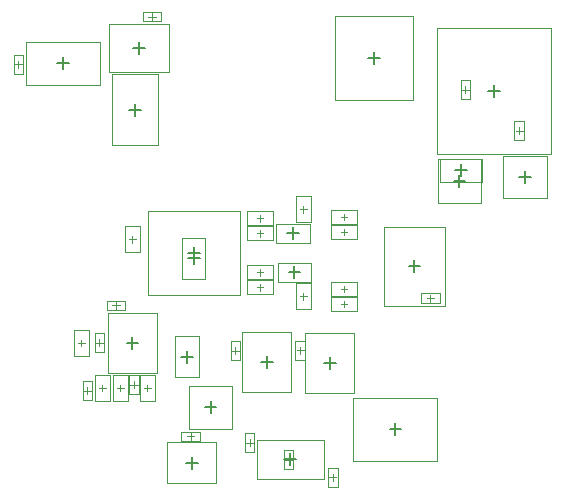
<source format=gbr>
G04 Layer_Color=32768*
%FSLAX26Y26*%
%MOIN*%
%TF.FileFunction,Other,Mechanical_15*%
%TF.Part,Single*%
G01*
G75*
%TA.AperFunction,NonConductor*%
%ADD50C,0.005000*%
%ADD85C,0.001968*%
D50*
X397000Y2063315D02*
Y2102685D01*
X377315Y2083000D02*
X416685D01*
X579024Y1379772D02*
Y1419142D01*
X559338Y1399457D02*
X598709D01*
X142000Y2011315D02*
Y2050685D01*
X122315Y2031000D02*
X161685D01*
X1294339Y1354457D02*
X1333709D01*
X1314024Y1334772D02*
Y1374142D01*
X1559339Y1939457D02*
X1598709D01*
X1579024Y1919772D02*
Y1959142D01*
X354339Y1099457D02*
X393709D01*
X374024Y1079772D02*
Y1119142D01*
X894338Y1334457D02*
X933709D01*
X914024Y1314772D02*
Y1354142D01*
X889338Y1464457D02*
X928709D01*
X909024Y1444772D02*
Y1484142D01*
X556024Y1033772D02*
Y1073142D01*
X536339Y1053457D02*
X575709D01*
X614654Y884339D02*
X654024D01*
X634339Y864654D02*
Y904024D01*
X1464024Y1619772D02*
Y1659142D01*
X1444339Y1639457D02*
X1483709D01*
X1663866Y1652055D02*
X1703236D01*
X1683551Y1632370D02*
Y1671740D01*
X1011740Y1032892D02*
X1051110D01*
X1031425Y1013207D02*
Y1052577D01*
X801570Y1034457D02*
X840940D01*
X821255Y1014772D02*
Y1054142D01*
X1449339Y1674457D02*
X1488709D01*
X1469024Y1654772D02*
Y1694142D01*
X578024Y1361772D02*
Y1401142D01*
X558339Y1381457D02*
X597709D01*
X571346Y680599D02*
Y719969D01*
X551661Y700284D02*
X591032D01*
X1250480Y791819D02*
Y831189D01*
X1230795Y811504D02*
X1270165D01*
X900205Y691346D02*
Y730717D01*
X880520Y711032D02*
X919890D01*
X363315Y1876000D02*
X402685D01*
X383000Y1856315D02*
Y1895685D01*
X1159339Y2049457D02*
X1198709D01*
X1179024Y2029772D02*
Y2069142D01*
D85*
X296606Y2002291D02*
X497394D01*
X296606Y2163709D02*
X497394D01*
Y2002291D02*
Y2163709D01*
X296606Y2002291D02*
Y2163709D01*
X425480Y1259693D02*
X732567D01*
X425480Y1539221D02*
X732567D01*
Y1259693D02*
Y1539221D01*
X425480Y1259693D02*
Y1539221D01*
X439000Y2175189D02*
Y2198811D01*
X427189Y2187000D02*
X450811D01*
X407504Y2171252D02*
X470496D01*
X407504Y2202748D02*
X470496D01*
Y2171252D02*
Y2202748D01*
X407504Y2171252D02*
Y2202748D01*
X-17811Y2028000D02*
X5811D01*
X-6000Y2016189D02*
Y2039811D01*
X9748Y1996504D02*
Y2059496D01*
X-21748Y1996504D02*
Y2059496D01*
X9748D01*
X-21748Y1996504D02*
X9748D01*
X17984Y1958165D02*
X266016D01*
X17984Y2103835D02*
X266016D01*
Y1958165D02*
Y2103835D01*
X17984Y1958165D02*
Y2103835D01*
X705213Y1073457D02*
X728835D01*
X717024Y1061646D02*
Y1085268D01*
X732772Y1041961D02*
Y1104953D01*
X701276Y1041961D02*
Y1104953D01*
X732772D01*
X701276Y1041961D02*
X732772D01*
X1211661Y1222567D02*
Y1486347D01*
X1416386Y1222567D02*
Y1486347D01*
X1211661Y1222567D02*
X1416386D01*
X1211661Y1486347D02*
X1416386D01*
X323197Y949457D02*
X344850D01*
X334024Y938630D02*
Y960284D01*
X310402Y906150D02*
Y992764D01*
X357646Y906150D02*
Y992764D01*
X310402Y906150D02*
X357646D01*
X310402Y992764D02*
X357646D01*
X363197Y1444457D02*
X384850D01*
X374024Y1433630D02*
Y1455284D01*
X350402Y1401150D02*
Y1487764D01*
X397646Y1401150D02*
Y1487764D01*
X350402Y1401150D02*
X397646D01*
X350402Y1487764D02*
X397646D01*
X1769968Y1728827D02*
Y2150087D01*
X1388079Y1728827D02*
Y2150087D01*
Y1728827D02*
X1769968D01*
X1388079Y2150087D02*
X1769968D01*
X454732Y999063D02*
Y1199851D01*
X293315Y999063D02*
Y1199851D01*
X454732D01*
X293315Y999063D02*
X454732D01*
X920402Y1587764D02*
X967646D01*
X920402Y1501150D02*
X967646D01*
Y1587764D01*
X920402Y1501150D02*
Y1587764D01*
X944024Y1533630D02*
Y1555284D01*
X933197Y1544457D02*
X954850D01*
X920402Y1211150D02*
X967646D01*
X920402Y1297764D02*
X967646D01*
X920402Y1211150D02*
Y1297764D01*
X967646Y1211150D02*
Y1297764D01*
X944024Y1243630D02*
Y1265284D01*
X933197Y1254457D02*
X954850D01*
X1079024Y1268630D02*
Y1290284D01*
X1068197Y1279457D02*
X1089850D01*
X1035716Y1303079D02*
X1122331D01*
X1035716Y1255835D02*
X1122331D01*
X1035716D02*
Y1303079D01*
X1122331Y1255835D02*
Y1303079D01*
X755717Y1310835D02*
Y1358079D01*
X842331Y1310835D02*
Y1358079D01*
X755717D02*
X842331D01*
X755717Y1310835D02*
X842331D01*
X788197Y1334457D02*
X809850D01*
X799024Y1323630D02*
Y1345284D01*
X263197Y949457D02*
X284850D01*
X274024Y938630D02*
Y960284D01*
X297646Y906150D02*
Y992764D01*
X250401Y906150D02*
Y992764D01*
X297646D01*
X250401Y906150D02*
X297646D01*
X1079024Y1218630D02*
Y1240284D01*
X1068197Y1229457D02*
X1089850D01*
X1035716Y1253079D02*
X1122331D01*
X1035716Y1205835D02*
X1122331D01*
X1035716D02*
Y1253079D01*
X1122331Y1205835D02*
Y1253079D01*
X193197Y1099457D02*
X214850D01*
X204024Y1088630D02*
Y1110284D01*
X180402Y1056150D02*
Y1142764D01*
X227646Y1056150D02*
Y1142764D01*
X180402Y1056150D02*
X227646D01*
X180402Y1142764D02*
X227646D01*
X921213Y1074457D02*
X944835D01*
X933024Y1062646D02*
Y1086268D01*
X948772Y1042961D02*
Y1105953D01*
X917276Y1042961D02*
Y1105953D01*
X948772D01*
X917276Y1042961D02*
X948772D01*
X842331Y1260835D02*
Y1308079D01*
X755716Y1260835D02*
Y1308079D01*
Y1260835D02*
X842331D01*
X755716Y1308079D02*
X842331D01*
X788197Y1284457D02*
X809850D01*
X799024Y1273630D02*
Y1295284D01*
X752449Y766229D02*
X776071D01*
X764260Y754417D02*
Y778039D01*
X748512Y734732D02*
Y797725D01*
X780008Y734732D02*
Y797725D01*
X748512Y734732D02*
X780008D01*
X748512Y797725D02*
X780008D01*
X969142Y1302961D02*
Y1365953D01*
X858905Y1302961D02*
Y1365953D01*
Y1302961D02*
X969142D01*
X858905Y1365953D02*
X969142D01*
X964142Y1432961D02*
Y1495953D01*
X853905Y1432961D02*
Y1495953D01*
Y1432961D02*
X964142D01*
X853905Y1495953D02*
X964142D01*
X516654Y1122354D02*
X595394D01*
X516654Y984559D02*
X595394D01*
Y1122354D01*
X516654Y984559D02*
Y1122354D01*
X561504Y813473D02*
Y955205D01*
X707173Y813473D02*
Y955205D01*
X561504D02*
X707173D01*
X561504Y813473D02*
X707173D01*
X208275Y970953D02*
X239772D01*
X208275Y907961D02*
X239772D01*
Y970953D01*
X208275Y907961D02*
Y970953D01*
X224024Y927646D02*
Y951268D01*
X212213Y939457D02*
X235835D01*
X363276Y990953D02*
X394772D01*
X363276Y927961D02*
X394772D01*
Y990953D01*
X363276Y927961D02*
Y990953D01*
X379024Y947646D02*
Y971268D01*
X367213Y959457D02*
X390835D01*
X350520Y1208709D02*
Y1240205D01*
X287527Y1208709D02*
Y1240205D01*
Y1208709D02*
X350520D01*
X287527Y1240205D02*
X350520D01*
X307212Y1224457D02*
X330835D01*
X319024Y1212646D02*
Y1236268D01*
X1079024Y1508630D02*
Y1530284D01*
X1068197Y1519457D02*
X1089850D01*
X1035716Y1543079D02*
X1122331D01*
X1035716Y1495835D02*
X1122331D01*
X1035716D02*
Y1543079D01*
X1122331Y1495835D02*
Y1543079D01*
X248275Y1130953D02*
X279772D01*
X248275Y1067961D02*
X279772D01*
Y1130953D01*
X248275Y1067961D02*
Y1130953D01*
X264024Y1087646D02*
Y1111268D01*
X252213Y1099457D02*
X275835D01*
X1079024Y1458630D02*
Y1480284D01*
X1068197Y1469457D02*
X1089850D01*
X1035716Y1493079D02*
X1122331D01*
X1035716Y1445835D02*
X1122331D01*
X1035716D02*
Y1493079D01*
X1122331Y1445835D02*
Y1493079D01*
X755717Y1490835D02*
Y1538079D01*
X842331Y1490835D02*
Y1538079D01*
X755717D02*
X842331D01*
X755717Y1490835D02*
X842331D01*
X788197Y1514457D02*
X809850D01*
X799024Y1503630D02*
Y1525284D01*
X842331Y1440835D02*
Y1488079D01*
X755716Y1440835D02*
Y1488079D01*
Y1440835D02*
X842331D01*
X755716Y1488079D02*
X842331D01*
X788197Y1464457D02*
X809850D01*
X799024Y1453630D02*
Y1475284D01*
X1393158Y1712292D02*
X1534890D01*
X1393158Y1566622D02*
X1534890D01*
Y1712292D01*
X1393158Y1566622D02*
Y1712292D01*
X1756386Y1581189D02*
Y1722921D01*
X1610717Y1581189D02*
Y1722921D01*
Y1581189D02*
X1756386D01*
X1610717Y1722921D02*
X1756386D01*
X413197Y949457D02*
X434850D01*
X424024Y938630D02*
Y960284D01*
X447646Y906150D02*
Y992764D01*
X400401Y906150D02*
Y992764D01*
X447646D01*
X400401Y906150D02*
X447646D01*
X1112134Y932499D02*
Y1133286D01*
X950716Y932499D02*
Y1133286D01*
X1112134D01*
X950716Y932499D02*
X1112134D01*
X901964Y934063D02*
Y1134851D01*
X740546Y934063D02*
Y1134851D01*
X901964D01*
X740546Y934063D02*
X901964D01*
X1366024Y1236646D02*
Y1260268D01*
X1354213Y1248457D02*
X1377835D01*
X1334528Y1264205D02*
X1397520D01*
X1334528Y1232709D02*
X1397520D01*
Y1264205D01*
X1334528Y1232709D02*
Y1264205D01*
X1651213Y1806457D02*
X1674835D01*
X1663024Y1794646D02*
Y1818268D01*
X1678772Y1774961D02*
Y1837953D01*
X1647276Y1774961D02*
Y1837953D01*
Y1774961D02*
X1678772D01*
X1647276Y1837953D02*
X1678772D01*
X1400126Y1635087D02*
Y1713827D01*
X1537921Y1635087D02*
Y1713827D01*
X1400126Y1635087D02*
X1537921D01*
X1400126Y1713827D02*
X1537921D01*
X538654Y1312559D02*
X617394D01*
X538654Y1450354D02*
X617394D01*
Y1312559D02*
Y1450354D01*
X538654Y1312559D02*
Y1450354D01*
X882370Y710126D02*
X905992D01*
X894181Y698315D02*
Y721937D01*
X909929Y678630D02*
Y741622D01*
X878433Y678630D02*
Y741622D01*
Y678630D02*
X909929D01*
X878433Y741622D02*
X909929D01*
X1472213Y1943457D02*
X1495835D01*
X1484024Y1931646D02*
Y1955268D01*
X1468275Y1911961D02*
Y1974953D01*
X1499772Y1911961D02*
Y1974953D01*
X1468275D02*
X1499772D01*
X1468275Y1911961D02*
X1499772D01*
X488669Y631386D02*
X654024D01*
X488669Y769181D02*
X654024D01*
Y631386D02*
Y769181D01*
X488669Y631386D02*
Y769181D01*
X1030008Y651071D02*
X1053630D01*
X1041819Y639260D02*
Y662882D01*
X1026071Y619575D02*
Y682567D01*
X1057567Y619575D02*
Y682567D01*
X1026071Y619575D02*
X1057567D01*
X1026071Y682567D02*
X1057567D01*
X567843Y775882D02*
Y799504D01*
X556032Y787693D02*
X579654D01*
X536347Y771945D02*
X599339D01*
X536347Y803441D02*
X599339D01*
Y771945D02*
Y803441D01*
X536347Y771945D02*
Y803441D01*
X1110716Y707173D02*
X1390244D01*
X1110716Y915835D02*
X1390244D01*
Y707173D02*
Y915835D01*
X1110716Y707173D02*
Y915835D01*
X788000Y775992D02*
X1012409D01*
X788000Y646071D02*
X1012409D01*
X788000D02*
Y775992D01*
X1012409Y646071D02*
Y775992D01*
X459772Y1757890D02*
Y1994110D01*
X306228Y1757890D02*
Y1994110D01*
X459772D01*
X306228Y1757890D02*
X459772D01*
X1050087Y1910480D02*
X1307961D01*
Y2188433D01*
X1050087D02*
X1307961D01*
X1050087Y1910480D02*
Y2188433D01*
%TF.MD5,98c9e6eaf5e71418a80f684515a16115*%
M02*

</source>
